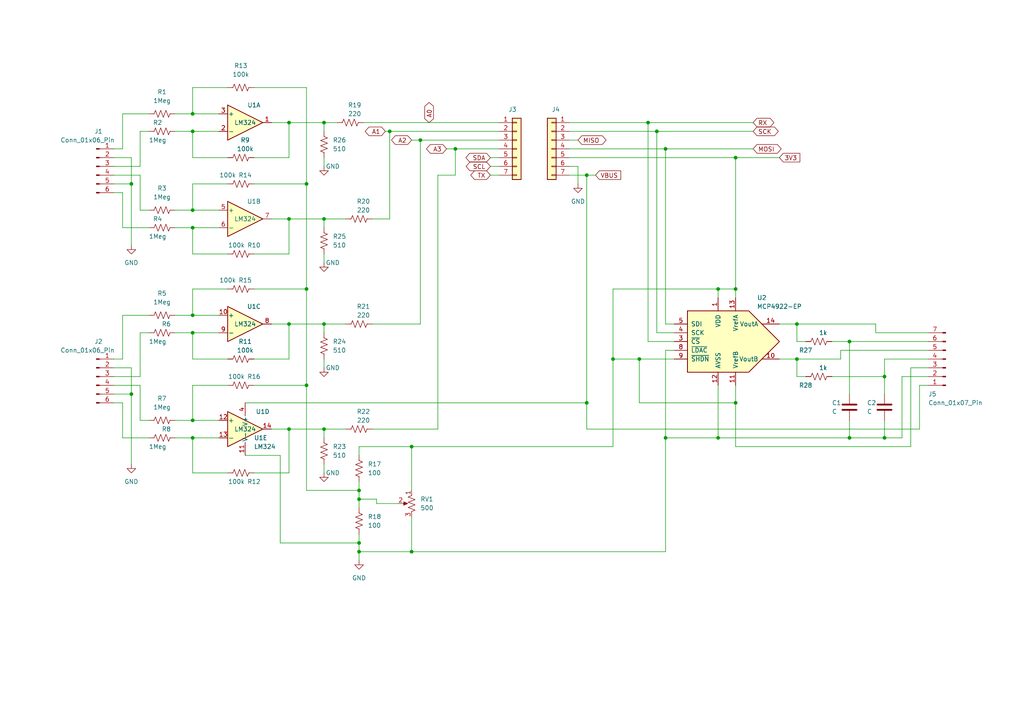
<source format=kicad_sch>
(kicad_sch (version 20230121) (generator eeschema)
  (paper "A4")
  (title_block (date "mar. 31 mars 2015"))
  (lib_symbols
    (symbol "Amplifier_Operational:LM324" (pin_names (offset 0.127))
      (property "Reference" "U" (at 0 5.08 0))
      (property "Value" "LM324" (at 0 -5.08 0))
      (symbol "LM324_1_1"
        (polyline (pts (xy -5.08 5.08) (xy 5.08 0) (xy -5.08 -5.08) (xy -5.08 5.08)) (stroke (width 0.254)) (fill (type background)))
        (pin output line (at 7.62 0 180) (length 2.54) (name "~") (number "1"))
        (pin input line (at -7.62 -2.54 0) (length 2.54) (name "-") (number "2"))
        (pin input line (at -7.62 2.54 0) (length 2.54) (name "+") (number "3"))
      )
      (symbol "LM324_2_1"
        (polyline (pts (xy -5.08 5.08) (xy 5.08 0) (xy -5.08 -5.08) (xy -5.08 5.08)) (stroke (width 0.254)) (fill (type background)))
        (pin input line (at -7.62 2.54 0) (length 2.54) (name "+") (number "5"))
        (pin input line (at -7.62 -2.54 0) (length 2.54) (name "-") (number "6"))
        (pin output line (at 7.62 0 180) (length 2.54) (name "~") (number "7"))
      )
      (symbol "LM324_3_1"
        (polyline (pts (xy -5.08 5.08) (xy 5.08 0) (xy -5.08 -5.08) (xy -5.08 5.08)) (stroke (width 0.254)) (fill (type background)))
        (pin input line (at -7.62 2.54 0) (length 2.54) (name "+") (number "10"))
        (pin output line (at 7.62 0 180) (length 2.54) (name "~") (number "8"))
        (pin input line (at -7.62 -2.54 0) (length 2.54) (name "-") (number "9"))
      )
      (symbol "LM324_4_1"
        (polyline (pts (xy -5.08 5.08) (xy 5.08 0) (xy -5.08 -5.08) (xy -5.08 5.08)) (stroke (width 0.254)) (fill (type background)))
        (pin input line (at -7.62 2.54 0) (length 2.54) (name "+") (number "12"))
        (pin input line (at -7.62 -2.54 0) (length 2.54) (name "-") (number "13"))
        (pin output line (at 7.62 0 180) (length 2.54) (name "~") (number "14"))
      )
      (symbol "LM324_5_1"
        (pin power_in line (at -2.54 -7.62 90) (length 3.81) (name "V-") (number "11"))
        (pin power_in line (at -2.54 7.62 270) (length 3.81) (name "V+") (number "4"))
      )
    )
    (symbol "Analog_DAC:MCP4922-EP" (pin_names (offset 1.016))
      (property "Reference" "U" (at -10.16 10.16 0))
      (property "Value" "MCP4922-EP" (at 3.81 10.16 0))
      (symbol "MCP4922-EP_0_1"
        (polyline (pts (xy -11.43 8.89) (xy 6.35 8.89) (xy 15.24 0) (xy 6.35 -8.89) (xy -11.43 -8.89) (xy -11.43 8.89)) (stroke (width 0.254)) (fill (type background)))
      )
      (symbol "MCP4922-EP_1_1"
        (pin power_in line (at -2.54 12.7 270) (length 3.81) (name "VDD") (number "1"))
        (pin passive line (at 15.24 -5.08 180) (length 5.08) (name "VoutB") (number "10"))
        (pin passive line (at 2.54 -12.7 90) (length 3.81) (name "VrefB") (number "11"))
        (pin power_in line (at -2.54 -12.7 90) (length 3.81) (name "AVSS") (number "12"))
        (pin passive line (at 2.54 12.7 270) (length 3.81) (name "VrefA") (number "13"))
        (pin passive line (at 15.24 5.08 180) (length 5.08) (name "VoutA") (number "14"))
        (pin no_connect line (at -5.08 -8.89 90) (length 2.54) hide (name "NC") (number "2"))
        (pin input line (at -15.24 0 0) (length 3.81) (name "~{CS}") (number "3"))
        (pin input line (at -15.24 2.54 0) (length 3.81) (name "SCK") (number "4"))
        (pin input line (at -15.24 5.08 0) (length 3.81) (name "SDI") (number "5"))
        (pin no_connect line (at -7.62 -8.89 90) (length 2.54) hide (name "NC") (number "6"))
        (pin no_connect line (at -10.16 -8.89 90) (length 2.54) hide (name "NC") (number "7"))
        (pin input line (at -15.24 -2.54 0) (length 3.81) (name "~{LDAC}") (number "8"))
        (pin input line (at -15.24 -5.08 0) (length 3.81) (name "~{SHDN}") (number "9"))
      )
    )
    (symbol "Connector:Conn_01x06_Pin" (pin_names (offset 1.016) hide)
      (property "Reference" "J" (at 0 7.62 0))
      (property "Value" "Conn_01x06_Pin" (at 0 -10.16 0))
      (symbol "Conn_01x06_Pin_1_1"
        (polyline (pts (xy 1.27 -7.62) (xy 0.8636 -7.62)) (stroke (width 0.1524)))
        (polyline (pts (xy 1.27 -5.08) (xy 0.8636 -5.08)) (stroke (width 0.1524)))
        (polyline (pts (xy 1.27 -2.54) (xy 0.8636 -2.54)) (stroke (width 0.1524)))
        (polyline (pts (xy 1.27 0) (xy 0.8636 0)) (stroke (width 0.1524)))
        (polyline (pts (xy 1.27 2.54) (xy 0.8636 2.54)) (stroke (width 0.1524)))
        (polyline (pts (xy 1.27 5.08) (xy 0.8636 5.08)) (stroke (width 0.1524)))
        (rectangle (start 0.8636 -7.493) (end 0 -7.747) (stroke (width 0.1524)) (fill (type outline)))
        (rectangle (start 0.8636 -4.953) (end 0 -5.207) (stroke (width 0.1524)) (fill (type outline)))
        (rectangle (start 0.8636 -2.413) (end 0 -2.667) (stroke (width 0.1524)) (fill (type outline)))
        (rectangle (start 0.8636 0.127) (end 0 -0.127) (stroke (width 0.1524)) (fill (type outline)))
        (rectangle (start 0.8636 2.667) (end 0 2.413) (stroke (width 0.1524)) (fill (type outline)))
        (rectangle (start 0.8636 5.207) (end 0 4.953) (stroke (width 0.1524)) (fill (type outline)))
        (pin passive line (at 5.08 5.08 180) (length 3.81) (name "Pin_1") (number "1"))
        (pin passive line (at 5.08 2.54 180) (length 3.81) (name "Pin_2") (number "2"))
        (pin passive line (at 5.08 0 180) (length 3.81) (name "Pin_3") (number "3"))
        (pin passive line (at 5.08 -2.54 180) (length 3.81) (name "Pin_4") (number "4"))
        (pin passive line (at 5.08 -5.08 180) (length 3.81) (name "Pin_5") (number "5"))
        (pin passive line (at 5.08 -7.62 180) (length 3.81) (name "Pin_6") (number "6"))
      )
    )
    (symbol "Connector:Conn_01x07_Pin" (pin_names (offset 1.016) hide)
      (property "Reference" "J" (at 0 10.16 0))
      (property "Value" "Conn_01x07_Pin" (at 0 -10.16 0))
      (symbol "Conn_01x07_Pin_1_1"
        (polyline (pts (xy 1.27 -7.62) (xy 0.8636 -7.62)) (stroke (width 0.1524)))
        (polyline (pts (xy 1.27 -5.08) (xy 0.8636 -5.08)) (stroke (width 0.1524)))
        (polyline (pts (xy 1.27 -2.54) (xy 0.8636 -2.54)) (stroke (width 0.1524)))
        (polyline (pts (xy 1.27 0) (xy 0.8636 0)) (stroke (width 0.1524)))
        (polyline (pts (xy 1.27 2.54) (xy 0.8636 2.54)) (stroke (width 0.1524)))
        (polyline (pts (xy 1.27 5.08) (xy 0.8636 5.08)) (stroke (width 0.1524)))
        (polyline (pts (xy 1.27 7.62) (xy 0.8636 7.62)) (stroke (width 0.1524)))
        (rectangle (start 0.8636 -7.493) (end 0 -7.747) (stroke (width 0.1524)) (fill (type outline)))
        (rectangle (start 0.8636 -4.953) (end 0 -5.207) (stroke (width 0.1524)) (fill (type outline)))
        (rectangle (start 0.8636 -2.413) (end 0 -2.667) (stroke (width 0.1524)) (fill (type outline)))
        (rectangle (start 0.8636 0.127) (end 0 -0.127) (stroke (width 0.1524)) (fill (type outline)))
        (rectangle (start 0.8636 2.667) (end 0 2.413) (stroke (width 0.1524)) (fill (type outline)))
        (rectangle (start 0.8636 5.207) (end 0 4.953) (stroke (width 0.1524)) (fill (type outline)))
        (rectangle (start 0.8636 7.747) (end 0 7.493) (stroke (width 0.1524)) (fill (type outline)))
        (pin passive line (at 5.08 7.62 180) (length 3.81) (name "Pin_1") (number "1"))
        (pin passive line (at 5.08 5.08 180) (length 3.81) (name "Pin_2") (number "2"))
        (pin passive line (at 5.08 2.54 180) (length 3.81) (name "Pin_3") (number "3"))
        (pin passive line (at 5.08 0 180) (length 3.81) (name "Pin_4") (number "4"))
        (pin passive line (at 5.08 -2.54 180) (length 3.81) (name "Pin_5") (number "5"))
        (pin passive line (at 5.08 -5.08 180) (length 3.81) (name "Pin_6") (number "6"))
        (pin passive line (at 5.08 -7.62 180) (length 3.81) (name "Pin_7") (number "7"))
      )
    )
    (symbol "Connector_Generic:Conn_01x07" (pin_names (offset 1.016) hide)
      (property "Reference" "J" (at 0 10.16 0))
      (property "Value" "Conn_01x07" (at 0 -10.16 0))
      (symbol "Conn_01x07_1_1"
        (rectangle (start -1.27 -7.493) (end 0 -7.747) (stroke (width 0.1524)))
        (rectangle (start -1.27 -4.953) (end 0 -5.207) (stroke (width 0.1524)))
        (rectangle (start -1.27 -2.413) (end 0 -2.667) (stroke (width 0.1524)))
        (rectangle (start -1.27 0.127) (end 0 -0.127) (stroke (width 0.1524)))
        (rectangle (start -1.27 2.667) (end 0 2.413) (stroke (width 0.1524)))
        (rectangle (start -1.27 5.207) (end 0 4.953) (stroke (width 0.1524)))
        (rectangle (start -1.27 7.747) (end 0 7.493) (stroke (width 0.1524)))
        (rectangle (start -1.27 8.89) (end 1.27 -8.89) (stroke (width 0.254)) (fill (type background)))
        (pin passive line (at -5.08 7.62 0) (length 3.81) (name "Pin_1") (number "1"))
        (pin passive line (at -5.08 5.08 0) (length 3.81) (name "Pin_2") (number "2"))
        (pin passive line (at -5.08 2.54 0) (length 3.81) (name "Pin_3") (number "3"))
        (pin passive line (at -5.08 0 0) (length 3.81) (name "Pin_4") (number "4"))
        (pin passive line (at -5.08 -2.54 0) (length 3.81) (name "Pin_5") (number "5"))
        (pin passive line (at -5.08 -5.08 0) (length 3.81) (name "Pin_6") (number "6"))
        (pin passive line (at -5.08 -7.62 0) (length 3.81) (name "Pin_7") (number "7"))
      )
    )
    (symbol "Device:C" (pin_numbers hide) (pin_names (offset 0.254))
      (property "Reference" "C" (at 0.635 2.54 0))
      (property "Value" "C" (at 0.635 -2.54 0))
      (symbol "C_0_1"
        (polyline (pts (xy -2.032 -0.762) (xy 2.032 -0.762)) (stroke (width 0.508)))
        (polyline (pts (xy -2.032 0.762) (xy 2.032 0.762)) (stroke (width 0.508)))
      )
      (symbol "C_1_1"
        (pin passive line (at 0 3.81 270) (length 2.794) (name "~") (number "1"))
        (pin passive line (at 0 -3.81 90) (length 2.794) (name "~") (number "2"))
      )
    )
    (symbol "Device:R_Potentiometer_US" (pin_names (offset 1.016) hide)
      (property "Reference" "RV" (at -4.445 0 90))
      (property "Value" "R_Potentiometer_US" (at -2.54 0 90))
      (symbol "R_Potentiometer_US_0_1"
        (polyline (pts (xy 0 -2.286) (xy 0 -2.54)))
        (polyline (pts (xy 0 2.54) (xy 0 2.286)))
        (polyline (pts (xy 2.54 0) (xy 1.524 0)))
        (polyline (pts (xy 1.143 0) (xy 2.286 0.508) (xy 2.286 -0.508) (xy 1.143 0)) (fill (type outline)))
        (polyline (pts (xy 0 -0.762) (xy 1.016 -1.143) (xy 0 -1.524) (xy -1.016 -1.905) (xy 0 -2.286)))
        (polyline (pts (xy 0 0.762) (xy 1.016 0.381) (xy 0 0) (xy -1.016 -0.381) (xy 0 -0.762)))
        (polyline (pts (xy 0 2.286) (xy 1.016 1.905) (xy 0 1.524) (xy -1.016 1.143) (xy 0 0.762)))
      )
      (symbol "R_Potentiometer_US_1_1"
        (pin passive line (at 0 3.81 270) (length 1.27) (name "1") (number "1"))
        (pin passive line (at 3.81 0 180) (length 1.27) (name "2") (number "2"))
        (pin passive line (at 0 -3.81 90) (length 1.27) (name "3") (number "3"))
      )
    )
    (symbol "Device:R_US" (pin_numbers hide) (pin_names (offset 0))
      (property "Reference" "R" (at 2.54 0 90))
      (property "Value" "R_US" (at -2.54 0 90))
      (symbol "R_US_0_1"
        (polyline (pts (xy 0 -2.286) (xy 0 -2.54)))
        (polyline (pts (xy 0 2.286) (xy 0 2.54)))
        (polyline (pts (xy 0 -0.762) (xy 1.016 -1.143) (xy 0 -1.524) (xy -1.016 -1.905) (xy 0 -2.286)))
        (polyline (pts (xy 0 0.762) (xy 1.016 0.381) (xy 0 0) (xy -1.016 -0.381) (xy 0 -0.762)))
        (polyline (pts (xy 0 2.286) (xy 1.016 1.905) (xy 0 1.524) (xy -1.016 1.143) (xy 0 0.762)))
      )
      (symbol "R_US_1_1"
        (pin passive line (at 0 3.81 270) (length 1.27) (name "~") (number "1"))
        (pin passive line (at 0 -3.81 90) (length 1.27) (name "~") (number "2"))
      )
    )
    (symbol "power:GND" (power) (pin_names (offset 0))
      (property "Value" "GND" (at 0 -3.81 0))
      (symbol "GND_0_1"
        (polyline (pts (xy 0 0) (xy 0 -1.27) (xy 1.27 -1.27) (xy 0 -2.54) (xy -1.27 -1.27) (xy 0 -1.27)))
      )
      (symbol "GND_1_1"
        (pin power_in line (at 0 0 270) (length 0) hide (name "GND") (number "1"))
      )
    )
  )
  (junction (at 55.88 96.52))
  (junction (at 170.18 116.84))
  (junction (at 55.88 33.02))
  (junction (at 104.14 144.78))
  (junction (at 88.9 111.76))
  (junction (at 113.03 38.1))
  (junction (at 213.36 45.72))
  (junction (at 104.14 157.48))
  (junction (at 246.38 127))
  (junction (at 83.82 63.5))
  (junction (at 88.9 53.34))
  (junction (at 119.38 129.54))
  (junction (at 193.04 43.18))
  (junction (at 231.14 104.14))
  (junction (at 38.1 114.3))
  (junction (at 187.96 35.56))
  (junction (at 170.18 50.8))
  (junction (at 104.14 160.02))
  (junction (at 256.54 109.22))
  (junction (at 55.88 38.1))
  (junction (at 231.14 93.98))
  (junction (at 119.38 160.02))
  (junction (at 93.98 93.98))
  (junction (at 208.28 83.82))
  (junction (at 83.82 93.98))
  (junction (at 132.08 43.18))
  (junction (at 213.36 83.82))
  (junction (at 246.38 99.06))
  (junction (at 177.8 104.14))
  (junction (at 121.92 40.64))
  (junction (at 88.9 83.82))
  (junction (at 55.88 91.44))
  (junction (at 190.5 38.1))
  (junction (at 256.54 127))
  (junction (at 55.88 127))
  (junction (at 83.82 124.46))
  (junction (at 193.04 127))
  (junction (at 208.28 127))
  (junction (at 185.42 104.14))
  (junction (at 93.98 35.56))
  (junction (at 213.36 116.84))
  (junction (at 38.1 53.34))
  (junction (at 83.82 35.56))
  (junction (at 55.88 66.04))
  (junction (at 55.88 121.92))
  (junction (at 55.88 60.96))
  (junction (at 93.98 124.46))
  (junction (at 93.98 63.5))
  (junction (at 104.14 142.24))
  (wire (pts (xy 55.88 33.02) (xy 63.5 33.02)))
  (wire (pts (xy 40.64 50.8) (xy 33.02 50.8)))
  (wire (pts (xy 185.42 104.14) (xy 195.58 104.14)))
  (wire (pts (xy 83.82 93.98) (xy 83.82 104.14)))
  (wire (pts (xy 193.04 101.6) (xy 193.04 127)))
  (wire (pts (xy 213.36 83.82) (xy 208.28 83.82)))
  (wire (pts (xy 66.04 25.4) (xy 55.88 25.4)))
  (wire (pts (xy 33.02 116.84) (xy 35.56 116.84)))
  (wire (pts (xy 104.14 139.7) (xy 104.14 142.24)))
  (wire (pts (xy 83.82 45.72) (xy 83.82 35.56)))
  (wire (pts (xy 71.12 116.84) (xy 170.18 116.84)))
  (wire (pts (xy 127 50.8) (xy 127 124.46)))
  (wire (pts (xy 55.88 91.44) (xy 63.5 91.44)))
  (wire (pts (xy 195.58 96.52) (xy 190.5 96.52)))
  (wire (pts (xy 231.14 104.14) (xy 231.14 109.22)))
  (wire (pts (xy 165.1 38.1) (xy 190.5 38.1)))
  (wire (pts (xy 177.8 83.82) (xy 177.8 104.14)))
  (wire (pts (xy 256.54 104.14) (xy 256.54 109.22)))
  (wire (pts (xy 55.88 60.96) (xy 63.5 60.96)))
  (wire (pts (xy 55.88 127) (xy 55.88 137.16)))
  (wire (pts (xy 269.24 109.22) (xy 261.62 109.22)))
  (wire (pts (xy 213.36 129.54) (xy 264.16 129.54)))
  (wire (pts (xy 254 96.52) (xy 269.24 96.52)))
  (wire (pts (xy 38.1 45.72) (xy 38.1 53.34)))
  (wire (pts (xy 50.8 66.04) (xy 55.88 66.04)))
  (wire (pts (xy 33.02 45.72) (xy 38.1 45.72)))
  (wire (pts (xy 66.04 111.76) (xy 55.88 111.76)))
  (wire (pts (xy 55.88 96.52) (xy 63.5 96.52)))
  (wire (pts (xy 55.88 83.82) (xy 55.88 91.44)))
  (wire (pts (xy 50.8 91.44) (xy 55.88 91.44)))
  (wire (pts (xy 88.9 142.24) (xy 104.14 142.24)))
  (wire (pts (xy 88.9 111.76) (xy 88.9 83.82)))
  (wire (pts (xy 195.58 99.06) (xy 187.96 99.06)))
  (wire (pts (xy 73.66 45.72) (xy 83.82 45.72)))
  (wire (pts (xy 187.96 35.56) (xy 218.44 35.56)))
  (wire (pts (xy 243.84 104.14) (xy 243.84 101.6)))
  (wire (pts (xy 144.78 40.64) (xy 121.92 40.64)))
  (wire (pts (xy 254 93.98) (xy 254 96.52)))
  (wire (pts (xy 170.18 116.84) (xy 170.18 124.46)))
  (wire (pts (xy 55.88 25.4) (xy 55.88 33.02)))
  (wire (pts (xy 43.18 121.92) (xy 40.64 121.92)))
  (wire (pts (xy 213.36 129.54) (xy 213.36 116.84)))
  (wire (pts (xy 246.38 127) (xy 208.28 127)))
  (wire (pts (xy 213.36 86.36) (xy 213.36 83.82)))
  (wire (pts (xy 177.8 104.14) (xy 177.8 129.54)))
  (wire (pts (xy 55.88 45.72) (xy 55.88 38.1)))
  (wire (pts (xy 43.18 66.04) (xy 35.56 66.04)))
  (wire (pts (xy 40.64 60.96) (xy 40.64 50.8)))
  (wire (pts (xy 43.18 38.1) (xy 40.64 38.1)))
  (wire (pts (xy 66.04 45.72) (xy 55.88 45.72)))
  (wire (pts (xy 33.02 109.22) (xy 40.64 109.22)))
  (wire (pts (xy 50.8 60.96) (xy 55.88 60.96)))
  (wire (pts (xy 241.3 99.06) (xy 246.38 99.06)))
  (wire (pts (xy 83.82 93.98) (xy 93.98 93.98)))
  (wire (pts (xy 177.8 129.54) (xy 119.38 129.54)))
  (wire (pts (xy 144.78 50.8) (xy 142.24 50.8)))
  (wire (pts (xy 231.14 93.98) (xy 231.14 99.06)))
  (wire (pts (xy 73.66 137.16) (xy 83.82 137.16)))
  (wire (pts (xy 208.28 83.82) (xy 208.28 86.36)))
  (wire (pts (xy 231.14 93.98) (xy 254 93.98)))
  (wire (pts (xy 167.64 53.34) (xy 167.64 48.26)))
  (wire (pts (xy 40.64 96.52) (xy 40.64 109.22)))
  (wire (pts (xy 104.14 142.24) (xy 104.14 144.78)))
  (wire (pts (xy 193.04 127) (xy 208.28 127)))
  (wire (pts (xy 177.8 83.82) (xy 208.28 83.82)))
  (wire (pts (xy 256.54 109.22) (xy 241.3 109.22)))
  (wire (pts (xy 165.1 50.8) (xy 170.18 50.8)))
  (wire (pts (xy 93.98 124.46) (xy 93.98 127)))
  (wire (pts (xy 73.66 104.14) (xy 83.82 104.14)))
  (wire (pts (xy 226.06 93.98) (xy 231.14 93.98)))
  (wire (pts (xy 93.98 63.5) (xy 93.98 66.04)))
  (wire (pts (xy 81.28 132.08) (xy 81.28 157.48)))
  (wire (pts (xy 233.68 99.06) (xy 231.14 99.06)))
  (wire (pts (xy 93.98 93.98) (xy 93.98 96.52)))
  (wire (pts (xy 107.95 93.98) (xy 121.92 93.98)))
  (wire (pts (xy 132.08 50.8) (xy 132.08 43.18)))
  (wire (pts (xy 266.7 111.76) (xy 266.7 124.46)))
  (wire (pts (xy 119.38 129.54) (xy 104.14 129.54)))
  (wire (pts (xy 83.82 124.46) (xy 83.82 137.16)))
  (wire (pts (xy 40.64 111.76) (xy 33.02 111.76)))
  (wire (pts (xy 78.74 63.5) (xy 83.82 63.5)))
  (wire (pts (xy 256.54 121.92) (xy 256.54 127)))
  (wire (pts (xy 55.88 66.04) (xy 55.88 73.66)))
  (wire (pts (xy 43.18 60.96) (xy 40.64 60.96)))
  (wire (pts (xy 104.14 154.94) (xy 104.14 157.48)))
  (wire (pts (xy 246.38 127) (xy 256.54 127)))
  (wire (pts (xy 132.08 43.18) (xy 129.54 43.18)))
  (wire (pts (xy 93.98 104.14) (xy 93.98 106.68)))
  (wire (pts (xy 185.42 116.84) (xy 185.42 104.14)))
  (wire (pts (xy 50.8 127) (xy 55.88 127)))
  (wire (pts (xy 193.04 93.98) (xy 195.58 93.98)))
  (wire (pts (xy 73.66 25.4) (xy 88.9 25.4)))
  (wire (pts (xy 193.04 93.98) (xy 193.04 43.18)))
  (wire (pts (xy 269.24 106.68) (xy 264.16 106.68)))
  (wire (pts (xy 33.02 114.3) (xy 38.1 114.3)))
  (wire (pts (xy 121.92 40.64) (xy 119.38 40.64)))
  (wire (pts (xy 115.57 146.05) (xy 109.22 146.05)))
  (wire (pts (xy 73.66 53.34) (xy 88.9 53.34)))
  (wire (pts (xy 43.18 96.52) (xy 40.64 96.52)))
  (wire (pts (xy 83.82 63.5) (xy 93.98 63.5)))
  (wire (pts (xy 107.95 124.46) (xy 127 124.46)))
  (wire (pts (xy 35.56 104.14) (xy 33.02 104.14)))
  (wire (pts (xy 231.14 104.14) (xy 243.84 104.14)))
  (wire (pts (xy 93.98 73.66) (xy 93.98 76.2)))
  (wire (pts (xy 261.62 109.22) (xy 261.62 127)))
  (wire (pts (xy 43.18 33.02) (xy 35.56 33.02)))
  (wire (pts (xy 40.64 38.1) (xy 40.64 48.26)))
  (wire (pts (xy 66.04 53.34) (xy 55.88 53.34)))
  (wire (pts (xy 177.8 104.14) (xy 185.42 104.14)))
  (wire (pts (xy 246.38 99.06) (xy 269.24 99.06)))
  (wire (pts (xy 104.14 160.02) (xy 104.14 162.56)))
  (wire (pts (xy 208.28 111.76) (xy 208.28 127)))
  (wire (pts (xy 170.18 50.8) (xy 172.72 50.8)))
  (wire (pts (xy 165.1 43.18) (xy 193.04 43.18)))
  (wire (pts (xy 119.38 160.02) (xy 104.14 160.02)))
  (wire (pts (xy 33.02 53.34) (xy 38.1 53.34)))
  (wire (pts (xy 105.41 35.56) (xy 144.78 35.56)))
  (wire (pts (xy 264.16 106.68) (xy 264.16 129.54)))
  (wire (pts (xy 113.03 63.5) (xy 107.95 63.5)))
  (wire (pts (xy 93.98 63.5) (xy 100.33 63.5)))
  (wire (pts (xy 93.98 124.46) (xy 100.33 124.46)))
  (wire (pts (xy 35.56 33.02) (xy 35.56 43.18)))
  (wire (pts (xy 121.92 93.98) (xy 121.92 40.64)))
  (wire (pts (xy 88.9 111.76) (xy 88.9 142.24)))
  (wire (pts (xy 119.38 129.54) (xy 119.38 142.24)))
  (wire (pts (xy 256.54 104.14) (xy 269.24 104.14)))
  (wire (pts (xy 93.98 35.56) (xy 97.79 35.56)))
  (wire (pts (xy 73.66 73.66) (xy 83.82 73.66)))
  (wire (pts (xy 113.03 38.1) (xy 113.03 63.5)))
  (wire (pts (xy 35.56 66.04) (xy 35.56 55.88)))
  (wire (pts (xy 246.38 121.92) (xy 246.38 127)))
  (wire (pts (xy 83.82 63.5) (xy 83.82 73.66)))
  (wire (pts (xy 88.9 53.34) (xy 88.9 83.82)))
  (wire (pts (xy 78.74 124.46) (xy 83.82 124.46)))
  (wire (pts (xy 213.36 45.72) (xy 226.06 45.72)))
  (wire (pts (xy 190.5 38.1) (xy 218.44 38.1)))
  (wire (pts (xy 43.18 127) (xy 35.56 127)))
  (wire (pts (xy 40.64 121.92) (xy 40.64 111.76)))
  (wire (pts (xy 165.1 45.72) (xy 213.36 45.72)))
  (wire (pts (xy 170.18 124.46) (xy 266.7 124.46)))
  (wire (pts (xy 109.22 144.78) (xy 104.14 144.78)))
  (wire (pts (xy 55.88 66.04) (xy 63.5 66.04)))
  (wire (pts (xy 127 50.8) (xy 132.08 50.8)))
  (wire (pts (xy 78.74 93.98) (xy 83.82 93.98)))
  (wire (pts (xy 35.56 127) (xy 35.56 116.84)))
  (wire (pts (xy 193.04 43.18) (xy 218.44 43.18)))
  (wire (pts (xy 187.96 99.06) (xy 187.96 35.56)))
  (wire (pts (xy 50.8 38.1) (xy 55.88 38.1)))
  (wire (pts (xy 193.04 101.6) (xy 195.58 101.6)))
  (wire (pts (xy 38.1 114.3) (xy 38.1 134.62)))
  (wire (pts (xy 104.14 144.78) (xy 104.14 147.32)))
  (wire (pts (xy 261.62 127) (xy 256.54 127)))
  (wire (pts (xy 66.04 73.66) (xy 55.88 73.66)))
  (wire (pts (xy 113.03 38.1) (xy 111.76 38.1)))
  (wire (pts (xy 93.98 134.62) (xy 93.98 137.16)))
  (wire (pts (xy 170.18 50.8) (xy 170.18 116.84)))
  (wire (pts (xy 109.22 146.05) (xy 109.22 144.78)))
  (wire (pts (xy 55.88 96.52) (xy 55.88 104.14)))
  (wire (pts (xy 246.38 99.06) (xy 246.38 114.3)))
  (wire (pts (xy 165.1 35.56) (xy 187.96 35.56)))
  (wire (pts (xy 33.02 48.26) (xy 40.64 48.26)))
  (wire (pts (xy 50.8 121.92) (xy 55.88 121.92)))
  (wire (pts (xy 43.18 91.44) (xy 35.56 91.44)))
  (wire (pts (xy 93.98 35.56) (xy 93.98 38.1)))
  (wire (pts (xy 104.14 129.54) (xy 104.14 132.08)))
  (wire (pts (xy 55.88 53.34) (xy 55.88 60.96)))
  (wire (pts (xy 165.1 48.26) (xy 167.64 48.26)))
  (wire (pts (xy 83.82 124.46) (xy 93.98 124.46)))
  (wire (pts (xy 93.98 93.98) (xy 100.33 93.98)))
  (wire (pts (xy 66.04 104.14) (xy 55.88 104.14)))
  (wire (pts (xy 269.24 111.76) (xy 266.7 111.76)))
  (wire (pts (xy 144.78 45.72) (xy 142.24 45.72)))
  (wire (pts (xy 190.5 96.52) (xy 190.5 38.1)))
  (wire (pts (xy 55.88 127) (xy 63.5 127)))
  (wire (pts (xy 213.36 111.76) (xy 213.36 116.84)))
  (wire (pts (xy 66.04 83.82) (xy 55.88 83.82)))
  (wire (pts (xy 35.56 91.44) (xy 35.56 104.14)))
  (wire (pts (xy 104.14 157.48) (xy 104.14 160.02)))
  (wire (pts (xy 38.1 106.68) (xy 38.1 114.3)))
  (wire (pts (xy 185.42 116.84) (xy 213.36 116.84)))
  (wire (pts (xy 144.78 48.26) (xy 142.24 48.26)))
  (wire (pts (xy 73.66 111.76) (xy 88.9 111.76)))
  (wire (pts (xy 38.1 53.34) (xy 38.1 71.12)))
  (wire (pts (xy 256.54 109.22) (xy 256.54 114.3)))
  (wire (pts (xy 66.04 137.16) (xy 55.88 137.16)))
  (wire (pts (xy 55.88 121.92) (xy 63.5 121.92)))
  (wire (pts (xy 33.02 106.68) (xy 38.1 106.68)))
  (wire (pts (xy 50.8 33.02) (xy 55.88 33.02)))
  (wire (pts (xy 83.82 35.56) (xy 93.98 35.56)))
  (wire (pts (xy 71.12 132.08) (xy 81.28 132.08)))
  (wire (pts (xy 73.66 83.82) (xy 88.9 83.82)))
  (wire (pts (xy 81.28 157.48) (xy 104.14 157.48)))
  (wire (pts (xy 55.88 38.1) (xy 63.5 38.1)))
  (wire (pts (xy 243.84 101.6) (xy 269.24 101.6)))
  (wire (pts (xy 165.1 40.64) (xy 167.64 40.64)))
  (wire (pts (xy 193.04 160.02) (xy 119.38 160.02)))
  (wire (pts (xy 88.9 25.4) (xy 88.9 53.34)))
  (wire (pts (xy 93.98 45.72) (xy 93.98 48.26)))
  (wire (pts (xy 144.78 38.1) (xy 113.03 38.1)))
  (wire (pts (xy 213.36 45.72) (xy 213.36 83.82)))
  (wire (pts (xy 33.02 55.88) (xy 35.56 55.88)))
  (wire (pts (xy 226.06 104.14) (xy 231.14 104.14)))
  (wire (pts (xy 50.8 96.52) (xy 55.88 96.52)))
  (wire (pts (xy 193.04 127) (xy 193.04 160.02)))
  (wire (pts (xy 55.88 111.76) (xy 55.88 121.92)))
  (wire (pts (xy 233.68 109.22) (xy 231.14 109.22)))
  (wire (pts (xy 119.38 149.86) (xy 119.38 160.02)))
  (wire (pts (xy 35.56 43.18) (xy 33.02 43.18)))
  (wire (pts (xy 83.82 35.56) (xy 78.74 35.56)))
  (wire (pts (xy 144.78 43.18) (xy 132.08 43.18)))
  (global_label "3V3" (shape input) (at 226.06 45.72 0) (property "Intersheetrefs" "${INTERSHEET_REFS}" (effects hide)))
  (global_label "VBUS" (shape input) (at 172.72 50.8 0) (property "Intersheetrefs" "${INTERSHEET_REFS}" (effects hide)))
  (global_label "SCL" (shape bidirectional) (at 142.24 48.26 180) (property "Intersheetrefs" "${INTERSHEET_REFS}" (effects hide)))
  (global_label "A3" (shape bidirectional) (at 129.54 43.18 180) (property "Intersheetrefs" "${INTERSHEET_REFS}" (effects hide)))
  (global_label "A1" (shape bidirectional) (at 111.76 38.1 180) (property "Intersheetrefs" "${INTERSHEET_REFS}" (effects hide)))
  (global_label "TX" (shape bidirectional) (at 142.24 50.8 180) (property "Intersheetrefs" "${INTERSHEET_REFS}" (effects hide)))
  (global_label "A2" (shape bidirectional) (at 119.38 40.64 180) (property "Intersheetrefs" "${INTERSHEET_REFS}" (effects hide)))
  (global_label "SDA" (shape bidirectional) (at 142.24 45.72 180) (property "Intersheetrefs" "${INTERSHEET_REFS}" (effects hide)))
  (global_label "MOSI" (shape bidirectional) (at 218.44 43.18 0) (property "Intersheetrefs" "${INTERSHEET_REFS}" (effects hide)))
  (global_label "A0" (shape bidirectional) (at 124.46 35.56 90) (property "Intersheetrefs" "${INTERSHEET_REFS}" (effects hide)))
  (global_label "SCK" (shape bidirectional) (at 218.44 38.1 0) (property "Intersheetrefs" "${INTERSHEET_REFS}" (effects hide)))
  (global_label "RX" (shape bidirectional) (at 218.44 35.56 0) (property "Intersheetrefs" "${INTERSHEET_REFS}" (effects hide)))
  (global_label "MISO" (shape bidirectional) (at 167.64 40.64 0) (property "Intersheetrefs" "${INTERSHEET_REFS}" (effects hide)))
  (symbol (lib_id "Amplifier_Operational:LM324") (at 71.12 63.5 0) (unit 2)
    (property "Reference" "U1" (at 73.66 58.42 0))
    (property "Value" "LM324" (at 71.12 63.5 0))
    (property "Footprint" "Package_DIP:DIP-14_W7.62mm" (effects hide))
    (property "Datasheet" "http://www.ti.com/lit/ds/symlink/lm2902-n.pdf" (effects hide))
  )
  (symbol (lib_id "Device:C") (at 246.38 118.11 0) (unit 1)
    (property "Reference" "C1" (at 241.3 116.84 0) (effects (justify left)))
    (property "Value" "C" (at 241.3 119.38 0) (effects (justify left)))
    (property "Footprint" "Capacitor_THT:C_Rect_L7.2mm_W2.5mm_P5.00mm_FKS2_FKP2_MKS2_MKP2" (effects hide))
  )
  (symbol (lib_id "Device:C") (at 256.54 118.11 0) (unit 1)
    (property "Reference" "C2" (at 251.46 116.84 0) (effects (justify left)))
    (property "Value" "C" (at 251.46 119.38 0) (effects (justify left)))
    (property "Footprint" "Capacitor_THT:C_Rect_L7.2mm_W2.5mm_P5.00mm_FKS2_FKP2_MKS2_MKP2" (effects hide))
  )
  (symbol (lib_id "Device:R_US") (at 46.99 127 270) (unit 1)
    (property "Reference" "R8" (at 48.26 124.46 90))
    (property "Value" "1Meg" (at 45.72 129.54 90))
    (property "Footprint" "Resistor_THT:R_Axial_DIN0204_L3.6mm_D1.6mm_P7.62mm_Horizontal" (effects hide))
  )
  (symbol (lib_id "power:GND") (at 38.1 71.12 0) (unit 1)
    (property "Reference" "#PWR02" (effects hide))
    (property "Value" "GND" (at 38.1 76.2 0))
  )
  (symbol (lib_id "Device:R_US") (at 69.85 137.16 270) (unit 1)
    (property "Reference" "R12" (at 73.66 139.7 90))
    (property "Value" "100k" (at 68.58 139.7 90))
    (property "Footprint" "Resistor_THT:R_Axial_DIN0204_L3.6mm_D1.6mm_P7.62mm_Horizontal" (effects hide))
  )
  (symbol (lib_id "Device:R_US") (at 46.99 66.04 270) (unit 1)
    (property "Reference" "R4" (at 45.72 63.5 90))
    (property "Value" "1Meg" (at 45.72 68.58 90))
    (property "Footprint" "Resistor_THT:R_Axial_DIN0204_L3.6mm_D1.6mm_P7.62mm_Horizontal" (effects hide))
  )
  (symbol (lib_id "Device:R_US") (at 46.99 121.92 270) (unit 1)
    (property "Reference" "R7" (at 46.99 115.57 90))
    (property "Value" "1Meg" (at 46.99 118.11 90))
    (property "Footprint" "Resistor_THT:R_Axial_DIN0204_L3.6mm_D1.6mm_P7.62mm_Horizontal" (effects hide))
  )
  (symbol (lib_id "Device:R_US") (at 93.98 69.85 0) (unit 1)
    (property "Reference" "R25" (at 96.52 68.58 0) (effects (justify left)))
    (property "Value" "510" (at 96.52 71.12 0) (effects (justify left)))
    (property "Footprint" "Resistor_THT:R_Axial_DIN0204_L3.6mm_D1.6mm_P7.62mm_Horizontal" (effects hide))
  )
  (symbol (lib_id "Device:R_US") (at 93.98 130.81 0) (unit 1)
    (property "Reference" "R23" (at 96.52 129.54 0) (effects (justify left)))
    (property "Value" "510" (at 96.52 132.08 0) (effects (justify left)))
    (property "Footprint" "Resistor_THT:R_Axial_DIN0204_L3.6mm_D1.6mm_P7.62mm_Horizontal" (effects hide))
  )
  (symbol (lib_id "Device:R_US") (at 46.99 91.44 270) (unit 1)
    (property "Reference" "R5" (at 46.99 85.09 90))
    (property "Value" "1Meg" (at 46.99 87.63 90))
    (property "Footprint" "Resistor_THT:R_Axial_DIN0204_L3.6mm_D1.6mm_P7.62mm_Horizontal" (effects hide))
  )
  (symbol (lib_id "Device:R_US") (at 104.14 93.98 270) (unit 1)
    (property "Reference" "R21" (at 105.41 88.9 90))
    (property "Value" "220" (at 105.41 91.44 90))
    (property "Footprint" "Resistor_THT:R_Axial_DIN0204_L3.6mm_D1.6mm_P7.62mm_Horizontal" (effects hide))
  )
  (symbol (lib_id "Device:R_US") (at 69.85 83.82 270) (unit 1)
    (property "Reference" "R15" (at 71.12 81.28 90))
    (property "Value" "100k" (at 66.04 81.28 90))
    (property "Footprint" "Resistor_THT:R_Axial_DIN0204_L3.6mm_D1.6mm_P7.62mm_Horizontal" (effects hide))
  )
  (symbol (lib_id "Device:R_US") (at 93.98 41.91 0) (unit 1)
    (property "Reference" "R26" (at 96.52 40.64 0) (effects (justify left)))
    (property "Value" "510" (at 96.52 43.18 0) (effects (justify left)))
    (property "Footprint" "Resistor_THT:R_Axial_DIN0204_L3.6mm_D1.6mm_P7.62mm_Horizontal" (effects hide))
  )
  (symbol (lib_id "Device:R_US") (at 104.14 63.5 270) (unit 1)
    (property "Reference" "R20" (at 105.41 58.42 90))
    (property "Value" "220" (at 105.41 60.96 90))
    (property "Footprint" "Resistor_THT:R_Axial_DIN0204_L3.6mm_D1.6mm_P7.62mm_Horizontal" (effects hide))
  )
  (symbol (lib_id "power:GND") (at 38.1 134.62 0) (unit 1)
    (property "Reference" "#PWR03" (effects hide))
    (property "Value" "GND" (at 38.1 139.7 0))
  )
  (symbol (lib_id "Connector:Conn_01x07_Pin") (at 274.32 104.14 180) (unit 1)
    (property "Reference" "J5" (at 269.24 114.3 0) (effects (justify right)))
    (property "Value" "Conn_01x07_Pin" (at 269.24 116.84 0) (effects (justify right)))
    (property "Footprint" "Connector_PinHeader_2.54mm:PinHeader_1x07_P2.54mm_Vertical" (effects hide))
  )
  (symbol (lib_id "Device:R_US") (at 69.85 111.76 270) (unit 1)
    (property "Reference" "R16" (at 73.66 109.22 90))
    (property "Value" "100k" (at 68.58 109.22 90))
    (property "Footprint" "Resistor_THT:R_Axial_DIN0204_L3.6mm_D1.6mm_P7.62mm_Horizontal" (effects hide))
  )
  (symbol (lib_id "Device:R_US") (at 46.99 33.02 270) (unit 1)
    (property "Reference" "R1" (at 46.99 26.67 90))
    (property "Value" "1Meg" (at 46.99 29.21 90))
    (property "Footprint" "Resistor_THT:R_Axial_DIN0204_L3.6mm_D1.6mm_P7.62mm_Horizontal" (effects hide))
  )
  (symbol (lib_id "Device:R_US") (at 237.49 109.22 270) (unit 1)
    (property "Reference" "R28" (at 233.68 111.76 90))
    (property "Value" "1k" (at 238.76 106.68 90))
    (property "Footprint" "Resistor_THT:R_Axial_DIN0204_L3.6mm_D1.6mm_P5.08mm_Horizontal" (effects hide))
  )
  (symbol (lib_id "power:GND") (at 104.14 162.56 0) (unit 1)
    (property "Reference" "#PWR01" (effects hide))
    (property "Value" "GND" (at 104.14 167.64 0))
  )
  (symbol (lib_id "Connector_Generic:Conn_01x07") (at 160.02 43.18 0) (mirror y) (unit 1)
    (property "Reference" "J4" (at 160.02 31.75 0) (effects (justify right)))
    (property "Value" "Conn_01x07" (effects hide))
    (property "Footprint" "XIAO RP2040 HAT:H7-Header-2.54" (effects hide))
  )
  (symbol (lib_id "Amplifier_Operational:LM324") (at 71.12 35.56 0) (unit 1)
    (property "Reference" "U1" (at 73.66 30.48 0))
    (property "Value" "LM324" (at 71.12 35.56 0))
    (property "Footprint" "Package_DIP:DIP-14_W7.62mm" (effects hide))
    (property "Datasheet" "http://www.ti.com/lit/ds/symlink/lm2902-n.pdf" (effects hide))
  )
  (symbol (lib_id "power:GND") (at 93.98 76.2 0) (unit 1)
    (property "Reference" "#PWR06" (effects hide))
    (property "Value" "GND" (at 96.52 76.2 0))
  )
  (symbol (lib_id "Device:R_US") (at 46.99 96.52 270) (unit 1)
    (property "Reference" "R6" (at 48.26 93.98 90))
    (property "Value" "1Meg" (at 45.72 99.06 90))
    (property "Footprint" "Resistor_THT:R_Axial_DIN0204_L3.6mm_D1.6mm_P7.62mm_Horizontal" (effects hide))
  )
  (symbol (lib_id "Device:R_US") (at 104.14 135.89 0) (unit 1)
    (property "Reference" "R17" (at 106.68 134.62 0) (effects (justify left)))
    (property "Value" "100" (at 106.68 137.16 0) (effects (justify left)))
    (property "Footprint" "Resistor_THT:R_Axial_DIN0204_L3.6mm_D1.6mm_P7.62mm_Horizontal" (effects hide))
  )
  (symbol (lib_id "Analog_DAC:MCP4922-EP") (at 210.82 99.06 0) (unit 1)
    (property "Reference" "U2" (at 220.98 86.36 0))
    (property "Value" "MCP4922-EP" (at 226.06 88.9 0))
    (property "Footprint" "Package_DIP:DIP-14_W7.62mm" (effects hide))
    (property "Datasheet" "http://ww1.microchip.com/downloads/en/devicedoc/21897a.pdf" (effects hide))
  )
  (symbol (lib_id "Device:R_US") (at 69.85 53.34 270) (unit 1)
    (property "Reference" "R14" (at 71.12 50.8 90))
    (property "Value" "100k" (at 66.04 50.8 90))
    (property "Footprint" "Resistor_THT:R_Axial_DIN0204_L3.6mm_D1.6mm_P7.62mm_Horizontal" (effects hide))
  )
  (symbol (lib_id "Device:R_US") (at 69.85 73.66 270) (unit 1)
    (property "Reference" "R10" (at 73.66 71.12 90))
    (property "Value" "100k" (at 68.58 71.12 90))
    (property "Footprint" "Resistor_THT:R_Axial_DIN0204_L3.6mm_D1.6mm_P7.62mm_Horizontal" (effects hide))
  )
  (symbol (lib_id "Connector_Generic:Conn_01x07") (at 149.86 43.18 0) (unit 1)
    (property "Reference" "J3" (at 149.86 31.75 0) (effects (justify right)))
    (property "Value" "Conn_01x07" (effects hide))
    (property "Footprint" "XIAO RP2040 HAT:H7-Header-2.54" (effects hide))
  )
  (symbol (lib_id "Device:R_US") (at 69.85 104.14 270) (unit 1)
    (property "Reference" "R11" (at 71.12 99.06 90))
    (property "Value" "100k" (at 71.12 101.6 90))
    (property "Footprint" "Resistor_THT:R_Axial_DIN0204_L3.6mm_D1.6mm_P7.62mm_Horizontal" (effects hide))
  )
  (symbol (lib_id "Device:R_US") (at 69.85 25.4 270) (unit 1)
    (property "Reference" "R13" (at 69.85 19.05 90))
    (property "Value" "100k" (at 69.85 21.59 90))
    (property "Footprint" "Resistor_THT:R_Axial_DIN0204_L3.6mm_D1.6mm_P7.62mm_Horizontal" (effects hide))
  )
  (symbol (lib_id "Connector:Conn_01x06_Pin") (at 27.94 48.26 0) (unit 1)
    (property "Reference" "J1" (at 28.575 38.1 0))
    (property "Value" "Conn_01x06_Pin" (at 25.4 40.64 0))
    (property "Footprint" "Connector_PinHeader_2.54mm:PinHeader_1x06_P2.54mm_Vertical" (effects hide))
  )
  (symbol (lib_id "Amplifier_Operational:LM324") (at 71.12 124.46 0) (unit 4)
    (property "Reference" "U1" (at 76.2 119.38 0))
    (property "Value" "LM324" (at 71.12 124.46 0))
    (property "Footprint" "Package_DIP:DIP-14_W7.62mm" (effects hide))
    (property "Datasheet" "http://www.ti.com/lit/ds/symlink/lm2902-n.pdf" (effects hide))
  )
  (symbol (lib_id "power:GND") (at 93.98 137.16 0) (unit 1)
    (property "Reference" "#PWR04" (effects hide))
    (property "Value" "GND" (at 96.52 137.16 0))
  )
  (symbol (lib_id "Device:R_US") (at 104.14 124.46 270) (unit 1)
    (property "Reference" "R22" (at 105.41 119.38 90))
    (property "Value" "220" (at 105.41 121.92 90))
    (property "Footprint" "Resistor_THT:R_Axial_DIN0204_L3.6mm_D1.6mm_P7.62mm_Horizontal" (effects hide))
  )
  (symbol (lib_id "Device:R_US") (at 46.99 60.96 270) (unit 1)
    (property "Reference" "R3" (at 46.99 54.61 90))
    (property "Value" "1Meg" (at 46.99 57.15 90))
    (property "Footprint" "Resistor_THT:R_Axial_DIN0204_L3.6mm_D1.6mm_P7.62mm_Horizontal" (effects hide))
  )
  (symbol (lib_id "Device:R_US") (at 46.99 38.1 270) (unit 1)
    (property "Reference" "R2" (at 45.72 35.56 90))
    (property "Value" "1Meg" (at 45.72 40.64 90))
    (property "Footprint" "Resistor_THT:R_Axial_DIN0204_L3.6mm_D1.6mm_P7.62mm_Horizontal" (effects hide))
  )
  (symbol (lib_id "power:GND") (at 167.64 53.34 0) (unit 1)
    (property "Reference" "#PWR08" (effects hide))
    (property "Value" "GND" (at 167.64 58.42 0))
  )
  (symbol (lib_id "Device:R_US") (at 69.85 45.72 270) (unit 1)
    (property "Reference" "R9" (at 71.12 40.64 90))
    (property "Value" "100k" (at 71.12 43.18 90))
    (property "Footprint" "Resistor_THT:R_Axial_DIN0204_L3.6mm_D1.6mm_P7.62mm_Horizontal" (effects hide))
  )
  (symbol (lib_id "Device:R_US") (at 101.6 35.56 270) (unit 1)
    (property "Reference" "R19" (at 102.87 30.48 90))
    (property "Value" "220" (at 102.87 33.02 90))
    (property "Footprint" "Resistor_THT:R_Axial_DIN0204_L3.6mm_D1.6mm_P7.62mm_Horizontal" (effects hide))
  )
  (symbol (lib_id "power:GND") (at 93.98 106.68 0) (unit 1)
    (property "Reference" "#PWR05" (effects hide))
    (property "Value" "GND" (at 96.52 106.68 0))
  )
  (symbol (lib_id "Amplifier_Operational:LM324") (at 71.12 93.98 0) (unit 3)
    (property "Reference" "U1" (at 73.66 88.9 0))
    (property "Value" "LM324" (at 71.12 93.98 0))
    (property "Footprint" "Package_DIP:DIP-14_W7.62mm" (effects hide))
    (property "Datasheet" "http://www.ti.com/lit/ds/symlink/lm2902-n.pdf" (effects hide))
  )
  (symbol (lib_id "Device:R_US") (at 237.49 99.06 270) (unit 1)
    (property "Reference" "R27" (at 233.68 101.6 90))
    (property "Value" "1k" (at 238.76 96.52 90))
    (property "Footprint" "Resistor_THT:R_Axial_DIN0204_L3.6mm_D1.6mm_P5.08mm_Horizontal" (effects hide))
  )
  (symbol (lib_id "Device:R_Potentiometer_US") (at 119.38 146.05 0) (mirror y) (unit 1)
    (property "Reference" "RV1" (at 121.92 144.78 0) (effects (justify right)))
    (property "Value" "500" (at 121.92 147.32 0) (effects (justify right)))
    (property "Footprint" "Potentiometer_THT:Potentiometer_Bourns_3386F_Vertical" (effects hide))
  )
  (symbol (lib_id "Device:R_US") (at 93.98 100.33 0) (unit 1)
    (property "Reference" "R24" (at 96.52 99.06 0) (effects (justify left)))
    (property "Value" "510" (at 96.52 101.6 0) (effects (justify left)))
    (property "Footprint" "Resistor_THT:R_Axial_DIN0204_L3.6mm_D1.6mm_P7.62mm_Horizontal" (effects hide))
  )
  (symbol (lib_id "Connector:Conn_01x06_Pin") (at 27.94 109.22 0) (unit 1)
    (property "Reference" "J2" (at 28.575 99.06 0))
    (property "Value" "Conn_01x06_Pin" (at 25.4 101.6 0))
    (property "Footprint" "Connector_PinHeader_2.54mm:PinHeader_1x06_P2.54mm_Vertical" (effects hide))
  )
  (symbol (lib_id "Amplifier_Operational:LM324") (at 73.66 124.46 0) (unit 5)
    (property "Reference" "U1" (at 73.66 127 0) (effects (justify left)))
    (property "Value" "LM324" (at 73.66 129.54 0) (effects (justify left)))
    (property "Footprint" "Package_DIP:DIP-14_W7.62mm" (effects hide))
    (property "Datasheet" "http://www.ti.com/lit/ds/symlink/lm2902-n.pdf" (effects hide))
  )
  (symbol (lib_id "power:GND") (at 93.98 48.26 0) (unit 1)
    (property "Reference" "#PWR07" (effects hide))
    (property "Value" "GND" (at 96.52 48.26 0))
  )
  (symbol (lib_id "Device:R_US") (at 104.14 151.13 0) (unit 1)
    (property "Reference" "R18" (at 106.68 149.86 0) (effects (justify left)))
    (property "Value" "100" (at 106.68 152.4 0) (effects (justify left)))
    (property "Footprint" "Resistor_THT:R_Axial_DIN0204_L3.6mm_D1.6mm_P7.62mm_Horizontal" (effects hide))
  )
)
</source>
